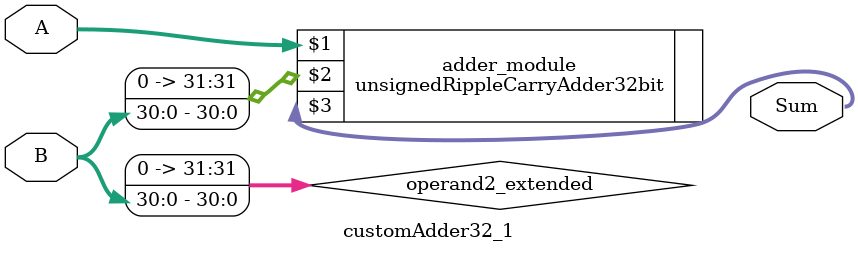
<source format=v>

module customAdder32_1(
                    input [31 : 0] A,
                    input [30 : 0] B,
                    
                    output [32 : 0] Sum
            );

    wire [31 : 0] operand2_extended;
    
    assign operand2_extended =  {1'b0, B};
    
    unsignedRippleCarryAdder32bit adder_module(
        A,
        operand2_extended,
        Sum
    );
    
endmodule
        
</source>
